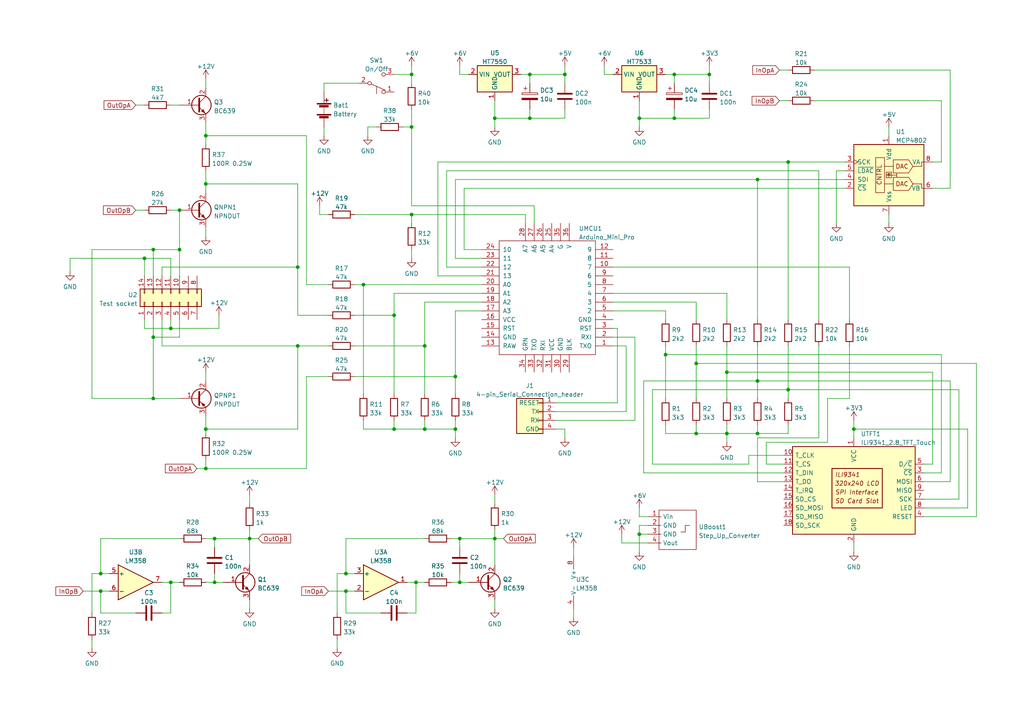
<source format=kicad_sch>
(kicad_sch (version 20211123) (generator eeschema)
  (paper "A4")
  (junction (at 105.41 82.55))
  (junction (at 86.36 77.47))
  (junction (at 201.93 125.73))
  (junction (at 100.33 171.45))
  (junction (at 133.35 168.91))
  (junction (at 86.36 100.33))
  (junction (at 132.08 124.46))
  (junction (at 143.51 156.21))
  (junction (at 193.04 102.87))
  (junction (at 44.45 97.79))
  (junction (at 163.83 21.59))
  (junction (at 52.07 72.39))
  (junction (at 228.6 113.03))
  (junction (at 62.23 156.21))
  (junction (at 52.07 60.96))
  (junction (at 119.38 62.23))
  (junction (at 100.33 166.37))
  (junction (at 153.67 21.59))
  (junction (at 41.91 74.93))
  (junction (at 185.42 34.29))
  (junction (at 123.19 124.46))
  (junction (at 59.69 39.37))
  (junction (at 195.58 21.59))
  (junction (at 133.35 156.21))
  (junction (at 114.3 91.44))
  (junction (at 201.93 105.41))
  (junction (at 119.38 21.59))
  (junction (at 29.21 171.45))
  (junction (at 44.45 72.39))
  (junction (at 153.67 34.29))
  (junction (at 49.53 168.91))
  (junction (at 59.69 53.34))
  (junction (at 210.82 107.95))
  (junction (at 59.69 124.46))
  (junction (at 143.51 34.29))
  (junction (at 228.6 46.99))
  (junction (at 185.42 154.94))
  (junction (at 119.38 36.83))
  (junction (at 120.65 168.91))
  (junction (at 195.58 34.29))
  (junction (at 62.23 168.91))
  (junction (at 219.71 52.07))
  (junction (at 114.3 124.46))
  (junction (at 219.71 110.49))
  (junction (at 132.08 109.22))
  (junction (at 205.74 21.59))
  (junction (at 72.39 156.21))
  (junction (at 210.82 125.73))
  (junction (at 247.65 124.46))
  (junction (at 49.53 95.25))
  (junction (at 29.21 166.37))
  (junction (at 59.69 135.89))
  (junction (at 123.19 100.33))
  (junction (at 219.71 125.73))
  (junction (at 44.45 115.57))
  (wire (pts (xy 52.07 60.96) (xy 52.07 72.39)))
  (wire (pts (xy 193.04 102.87) (xy 273.05 102.87)))
  (wire (pts (xy 119.38 21.59) (xy 119.38 24.13)))
  (wire (pts (xy 92.71 62.23) (xy 92.71 59.69)))
  (wire (pts (xy 152.4 62.23) (xy 119.38 62.23)))
  (wire (pts (xy 88.9 39.37) (xy 88.9 82.55)))
  (wire (pts (xy 29.21 156.21) (xy 29.21 166.37)))
  (wire (pts (xy 119.38 62.23) (xy 119.38 64.77)))
  (wire (pts (xy 153.67 31.75) (xy 153.67 34.29)))
  (wire (pts (xy 205.74 31.75) (xy 205.74 34.29)))
  (wire (pts (xy 237.49 49.53) (xy 237.49 92.71)))
  (wire (pts (xy 166.37 176.53) (xy 166.37 179.07)))
  (wire (pts (xy 86.36 91.44) (xy 95.25 91.44)))
  (wire (pts (xy 177.8 85.09) (xy 210.82 85.09)))
  (wire (pts (xy 210.82 123.19) (xy 210.82 125.73)))
  (wire (pts (xy 100.33 166.37) (xy 97.79 166.37)))
  (wire (pts (xy 62.23 156.21) (xy 72.39 156.21)))
  (wire (pts (xy 177.8 90.17) (xy 193.04 90.17)))
  (wire (pts (xy 275.59 110.49) (xy 219.71 110.49)))
  (wire (pts (xy 195.58 21.59) (xy 205.74 21.59)))
  (wire (pts (xy 275.59 20.32) (xy 236.22 20.32)))
  (wire (pts (xy 86.36 77.47) (xy 86.36 53.34)))
  (wire (pts (xy 116.84 36.83) (xy 119.38 36.83)))
  (wire (pts (xy 143.51 156.21) (xy 143.51 163.83)))
  (wire (pts (xy 114.3 85.09) (xy 139.7 85.09)))
  (wire (pts (xy 226.06 29.21) (xy 228.6 29.21)))
  (wire (pts (xy 267.97 144.78) (xy 278.13 144.78)))
  (wire (pts (xy 275.59 139.7) (xy 275.59 110.49)))
  (wire (pts (xy 26.67 115.57) (xy 44.45 115.57)))
  (wire (pts (xy 102.87 91.44) (xy 114.3 91.44)))
  (wire (pts (xy 247.65 124.46) (xy 280.67 124.46)))
  (wire (pts (xy 205.74 19.05) (xy 205.74 21.59)))
  (wire (pts (xy 44.45 72.39) (xy 44.45 80.01)))
  (wire (pts (xy 59.69 39.37) (xy 88.9 39.37)))
  (wire (pts (xy 161.29 119.38) (xy 181.61 119.38)))
  (wire (pts (xy 133.35 158.75) (xy 133.35 156.21)))
  (wire (pts (xy 242.57 49.53) (xy 245.11 49.53)))
  (wire (pts (xy 59.69 49.53) (xy 59.69 53.34)))
  (wire (pts (xy 127 46.99) (xy 228.6 46.99)))
  (wire (pts (xy 270.51 54.61) (xy 275.59 54.61)))
  (wire (pts (xy 100.33 156.21) (xy 100.33 166.37)))
  (wire (pts (xy 20.32 74.93) (xy 20.32 78.74)))
  (wire (pts (xy 185.42 34.29) (xy 185.42 36.83)))
  (wire (pts (xy 246.38 77.47) (xy 246.38 92.71)))
  (wire (pts (xy 129.54 49.53) (xy 237.49 49.53)))
  (wire (pts (xy 57.15 135.89) (xy 59.69 135.89)))
  (wire (pts (xy 41.91 95.25) (xy 49.53 95.25)))
  (wire (pts (xy 226.06 20.32) (xy 228.6 20.32)))
  (wire (pts (xy 134.62 54.61) (xy 245.11 54.61)))
  (wire (pts (xy 240.03 128.27) (xy 240.03 115.57)))
  (wire (pts (xy 201.93 125.73) (xy 193.04 125.73)))
  (wire (pts (xy 72.39 153.67) (xy 72.39 156.21)))
  (wire (pts (xy 267.97 147.32) (xy 280.67 147.32)))
  (wire (pts (xy 185.42 152.4) (xy 185.42 154.94)))
  (wire (pts (xy 100.33 171.45) (xy 102.87 171.45)))
  (wire (pts (xy 119.38 62.23) (xy 102.87 62.23)))
  (wire (pts (xy 123.19 100.33) (xy 123.19 114.3)))
  (wire (pts (xy 72.39 156.21) (xy 72.39 163.83)))
  (wire (pts (xy 44.45 97.79) (xy 52.07 97.79)))
  (wire (pts (xy 135.89 21.59) (xy 133.35 21.59)))
  (wire (pts (xy 219.71 52.07) (xy 245.11 52.07)))
  (wire (pts (xy 49.53 60.96) (xy 52.07 60.96)))
  (wire (pts (xy 133.35 168.91) (xy 135.89 168.91)))
  (wire (pts (xy 236.22 29.21) (xy 273.05 29.21)))
  (wire (pts (xy 62.23 156.21) (xy 59.69 156.21)))
  (wire (pts (xy 39.37 177.8) (xy 29.21 177.8)))
  (wire (pts (xy 119.38 59.69) (xy 154.94 59.69)))
  (wire (pts (xy 195.58 31.75) (xy 195.58 34.29)))
  (wire (pts (xy 152.4 64.77) (xy 152.4 62.23)))
  (wire (pts (xy 29.21 177.8) (xy 29.21 171.45)))
  (wire (pts (xy 105.41 82.55) (xy 139.7 82.55)))
  (wire (pts (xy 219.71 52.07) (xy 219.71 92.71)))
  (wire (pts (xy 280.67 147.32) (xy 280.67 124.46)))
  (wire (pts (xy 49.53 30.48) (xy 52.07 30.48)))
  (wire (pts (xy 46.99 100.33) (xy 86.36 100.33)))
  (wire (pts (xy 49.53 92.71) (xy 49.53 95.25)))
  (wire (pts (xy 62.23 168.91) (xy 64.77 168.91)))
  (wire (pts (xy 161.29 116.84) (xy 179.07 116.84)))
  (wire (pts (xy 247.65 157.48) (xy 247.65 160.02)))
  (wire (pts (xy 41.91 92.71) (xy 41.91 95.25)))
  (wire (pts (xy 63.5 95.25) (xy 49.53 95.25)))
  (wire (pts (xy 205.74 34.29) (xy 195.58 34.29)))
  (wire (pts (xy 227.33 132.08) (xy 217.17 132.08)))
  (wire (pts (xy 270.51 134.62) (xy 270.51 107.95)))
  (wire (pts (xy 119.38 21.59) (xy 119.38 19.05)))
  (wire (pts (xy 105.41 124.46) (xy 114.3 124.46)))
  (wire (pts (xy 39.37 60.96) (xy 41.91 60.96)))
  (wire (pts (xy 86.36 100.33) (xy 95.25 100.33)))
  (wire (pts (xy 132.08 109.22) (xy 102.87 109.22)))
  (wire (pts (xy 177.8 87.63) (xy 201.93 87.63)))
  (wire (pts (xy 153.67 21.59) (xy 153.67 24.13)))
  (wire (pts (xy 123.19 121.92) (xy 123.19 124.46)))
  (wire (pts (xy 133.35 168.91) (xy 133.35 166.37)))
  (wire (pts (xy 139.7 72.39) (xy 134.62 72.39)))
  (wire (pts (xy 210.82 107.95) (xy 270.51 107.95)))
  (wire (pts (xy 163.83 19.05) (xy 163.83 21.59)))
  (wire (pts (xy 130.81 168.91) (xy 133.35 168.91)))
  (wire (pts (xy 228.6 113.03) (xy 228.6 115.57)))
  (wire (pts (xy 139.7 74.93) (xy 132.08 74.93)))
  (wire (pts (xy 118.11 177.8) (xy 120.65 177.8)))
  (wire (pts (xy 139.7 80.01) (xy 127 80.01)))
  (wire (pts (xy 139.7 90.17) (xy 132.08 90.17)))
  (wire (pts (xy 177.8 77.47) (xy 246.38 77.47)))
  (wire (pts (xy 189.23 113.03) (xy 228.6 113.03)))
  (wire (pts (xy 210.82 125.73) (xy 210.82 128.27)))
  (wire (pts (xy 177.8 21.59) (xy 175.26 21.59)))
  (wire (pts (xy 187.96 149.86) (xy 185.42 149.86)))
  (wire (pts (xy 267.97 149.86) (xy 283.21 149.86)))
  (wire (pts (xy 20.32 74.93) (xy 41.91 74.93)))
  (wire (pts (xy 185.42 29.21) (xy 185.42 34.29)))
  (wire (pts (xy 86.36 100.33) (xy 86.36 124.46)))
  (wire (pts (xy 26.67 185.42) (xy 26.67 187.96)))
  (wire (pts (xy 180.34 157.48) (xy 180.34 154.94)))
  (wire (pts (xy 24.13 171.45) (xy 29.21 171.45)))
  (wire (pts (xy 273.05 46.99) (xy 270.51 46.99)))
  (wire (pts (xy 123.19 156.21) (xy 100.33 156.21)))
  (wire (pts (xy 228.6 46.99) (xy 228.6 92.71)))
  (wire (pts (xy 62.23 158.75) (xy 62.23 156.21)))
  (wire (pts (xy 205.74 21.59) (xy 205.74 24.13)))
  (wire (pts (xy 227.33 137.16) (xy 186.69 137.16)))
  (wire (pts (xy 185.42 154.94) (xy 187.96 154.94)))
  (wire (pts (xy 118.11 168.91) (xy 120.65 168.91)))
  (wire (pts (xy 273.05 29.21) (xy 273.05 46.99)))
  (wire (pts (xy 187.96 152.4) (xy 185.42 152.4)))
  (wire (pts (xy 132.08 124.46) (xy 132.08 121.92)))
  (wire (pts (xy 95.25 62.23) (xy 92.71 62.23)))
  (wire (pts (xy 49.53 74.93) (xy 49.53 80.01)))
  (wire (pts (xy 123.19 124.46) (xy 132.08 124.46)))
  (wire (pts (xy 228.6 46.99) (xy 245.11 46.99)))
  (wire (pts (xy 44.45 92.71) (xy 44.45 97.79)))
  (wire (pts (xy 97.79 185.42) (xy 97.79 187.96)))
  (wire (pts (xy 97.79 166.37) (xy 97.79 177.8)))
  (wire (pts (xy 123.19 87.63) (xy 139.7 87.63)))
  (wire (pts (xy 114.3 124.46) (xy 123.19 124.46)))
  (wire (pts (xy 163.83 21.59) (xy 163.83 24.13)))
  (wire (pts (xy 219.71 100.33) (xy 219.71 110.49)))
  (wire (pts (xy 247.65 124.46) (xy 247.65 127)))
  (wire (pts (xy 120.65 168.91) (xy 120.65 177.8)))
  (wire (pts (xy 88.9 82.55) (xy 95.25 82.55)))
  (wire (pts (xy 179.07 116.84) (xy 179.07 95.25)))
  (wire (pts (xy 95.25 171.45) (xy 100.33 171.45)))
  (wire (pts (xy 283.21 149.86) (xy 283.21 105.41)))
  (wire (pts (xy 153.67 21.59) (xy 163.83 21.59)))
  (wire (pts (xy 88.9 109.22) (xy 95.25 109.22)))
  (wire (pts (xy 181.61 100.33) (xy 177.8 100.33)))
  (wire (pts (xy 193.04 102.87) (xy 193.04 115.57)))
  (wire (pts (xy 154.94 59.69) (xy 154.94 64.77)))
  (wire (pts (xy 26.67 72.39) (xy 26.67 115.57)))
  (wire (pts (xy 217.17 132.08) (xy 217.17 134.62)))
  (wire (pts (xy 44.45 97.79) (xy 44.45 115.57)))
  (wire (pts (xy 114.3 21.59) (xy 119.38 21.59)))
  (wire (pts (xy 219.71 110.49) (xy 219.71 115.57)))
  (wire (pts (xy 219.71 125.73) (xy 210.82 125.73)))
  (wire (pts (xy 110.49 177.8) (xy 100.33 177.8)))
  (wire (pts (xy 59.69 66.04) (xy 59.69 68.58)))
  (wire (pts (xy 106.68 36.83) (xy 106.68 39.37)))
  (wire (pts (xy 63.5 91.44) (xy 63.5 95.25)))
  (wire (pts (xy 193.04 21.59) (xy 195.58 21.59)))
  (wire (pts (xy 222.25 128.27) (xy 240.03 128.27)))
  (wire (pts (xy 184.15 97.79) (xy 177.8 97.79)))
  (wire (pts (xy 242.57 64.77) (xy 242.57 49.53)))
  (wire (pts (xy 59.69 135.89) (xy 88.9 135.89)))
  (wire (pts (xy 59.69 35.56) (xy 59.69 39.37)))
  (wire (pts (xy 210.82 100.33) (xy 210.82 107.95)))
  (wire (pts (xy 161.29 124.46) (xy 163.83 124.46)))
  (wire (pts (xy 143.51 29.21) (xy 143.51 34.29)))
  (wire (pts (xy 210.82 125.73) (xy 201.93 125.73)))
  (wire (pts (xy 257.81 36.83) (xy 257.81 39.37)))
  (wire (pts (xy 179.07 95.25) (xy 177.8 95.25)))
  (wire (pts (xy 267.97 139.7) (xy 275.59 139.7)))
  (wire (pts (xy 39.37 30.48) (xy 41.91 30.48)))
  (wire (pts (xy 151.13 21.59) (xy 153.67 21.59)))
  (wire (pts (xy 189.23 134.62) (xy 189.23 113.03)))
  (wire (pts (xy 52.07 72.39) (xy 52.07 80.01)))
  (wire (pts (xy 132.08 124.46) (xy 132.08 127)))
  (wire (pts (xy 161.29 121.92) (xy 184.15 121.92)))
  (wire (pts (xy 59.69 22.86) (xy 59.69 25.4)))
  (wire (pts (xy 119.38 36.83) (xy 119.38 59.69)))
  (wire (pts (xy 181.61 119.38) (xy 181.61 100.33)))
  (wire (pts (xy 46.99 177.8) (xy 49.53 177.8)))
  (wire (pts (xy 175.26 21.59) (xy 175.26 19.05)))
  (wire (pts (xy 275.59 54.61) (xy 275.59 20.32)))
  (wire (pts (xy 41.91 74.93) (xy 49.53 74.93)))
  (wire (pts (xy 72.39 173.99) (xy 72.39 176.53)))
  (wire (pts (xy 133.35 156.21) (xy 143.51 156.21)))
  (wire (pts (xy 29.21 166.37) (xy 31.75 166.37)))
  (wire (pts (xy 132.08 74.93) (xy 132.08 52.07)))
  (wire (pts (xy 278.13 144.78) (xy 278.13 113.03)))
  (wire (pts (xy 105.41 82.55) (xy 105.41 114.3)))
  (wire (pts (xy 185.42 160.02) (xy 185.42 154.94)))
  (wire (pts (xy 267.97 134.62) (xy 270.51 134.62)))
  (wire (pts (xy 143.51 143.51) (xy 143.51 146.05)))
  (wire (pts (xy 247.65 121.92) (xy 247.65 124.46)))
  (wire (pts (xy 59.69 124.46) (xy 59.69 125.73)))
  (wire (pts (xy 228.6 125.73) (xy 219.71 125.73)))
  (wire (pts (xy 143.51 156.21) (xy 146.05 156.21)))
  (wire (pts (xy 59.69 168.91) (xy 62.23 168.91)))
  (wire (pts (xy 62.23 168.91) (xy 62.23 166.37)))
  (wire (pts (xy 278.13 113.03) (xy 228.6 113.03)))
  (wire (pts (xy 59.69 53.34) (xy 59.69 55.88)))
  (wire (pts (xy 267.97 137.16) (xy 273.05 137.16)))
  (wire (pts (xy 114.3 121.92) (xy 114.3 124.46)))
  (wire (pts (xy 228.6 123.19) (xy 228.6 125.73)))
  (wire (pts (xy 46.99 168.91) (xy 49.53 168.91)))
  (wire (pts (xy 132.08 52.07) (xy 219.71 52.07)))
  (wire (pts (xy 186.69 137.16) (xy 186.69 110.49)))
  (wire (pts (xy 59.69 39.37) (xy 59.69 41.91)))
  (wire (pts (xy 219.71 123.19) (xy 219.71 125.73)))
  (wire (pts (xy 134.62 72.39) (xy 134.62 54.61)))
  (wire (pts (xy 44.45 72.39) (xy 52.07 72.39)))
  (wire (pts (xy 127 46.99) (xy 127 80.01)))
  (wire (pts (xy 102.87 82.55) (xy 105.41 82.55)))
  (wire (pts (xy 201.93 100.33) (xy 201.93 105.41)))
  (wire (pts (xy 93.98 36.83) (xy 93.98 39.37)))
  (wire (pts (xy 129.54 77.47) (xy 129.54 49.53)))
  (wire (pts (xy 119.38 72.39) (xy 119.38 74.93)))
  (wire (pts (xy 49.53 168.91) (xy 49.53 177.8)))
  (wire (pts (xy 166.37 158.75) (xy 166.37 161.29)))
  (wire (pts (xy 120.65 168.91) (xy 123.19 168.91)))
  (wire (pts (xy 201.93 123.19) (xy 201.93 125.73)))
  (wire (pts (xy 123.19 100.33) (xy 123.19 87.63)))
  (wire (pts (xy 201.93 87.63) (xy 201.93 92.71)))
  (wire (pts (xy 29.21 171.45) (xy 31.75 171.45)))
  (wire (pts (xy 210.82 107.95) (xy 210.82 115.57)))
  (wire (pts (xy 29.21 166.37) (xy 26.67 166.37)))
  (wire (pts (xy 143.51 173.99) (xy 143.51 176.53)))
  (wire (pts (xy 41.91 74.93) (xy 41.91 80.01)))
  (wire (pts (xy 59.69 135.89) (xy 59.69 133.35)))
  (wire (pts (xy 187.96 157.48) (xy 180.34 157.48)))
  (wire (pts (xy 114.3 91.44) (xy 114.3 114.3)))
  (wire (pts (xy 143.51 153.67) (xy 143.51 156.21)))
  (wire (pts (xy 257.81 62.23) (xy 257.81 64.77)))
  (wire (pts (xy 119.38 36.83) (xy 119.38 31.75)))
  (wire (pts (xy 88.9 109.22) (xy 88.9 135.89)))
  (wire (pts (xy 163.83 124.46) (xy 163.83 127)))
  (wire (pts (xy 240.03 115.57) (xy 246.38 115.57)))
  (wire (pts (xy 133.35 21.59) (xy 133.35 19.05)))
  (wire (pts (xy 93.98 24.13) (xy 104.14 24.13)))
  (wire (pts (xy 273.05 102.87) (xy 273.05 137.16)))
  (wire (pts (xy 184.15 121.92) (xy 184.15 97.79)))
  (wire (pts (xy 219.71 127) (xy 237.49 127)))
  (wire (pts (xy 72.39 143.51) (xy 72.39 146.05)))
  (wire (pts (xy 93.98 26.67) (xy 93.98 24.13)))
  (wire (pts (xy 114.3 85.09) (xy 114.3 91.44)))
  (wire (pts (xy 222.25 134.62) (xy 222.25 128.27)))
  (wire (pts (xy 185.42 34.29) (xy 195.58 34.29)))
  (wire (pts (xy 219.71 139.7) (xy 219.71 127)))
  (wire (pts (xy 193.04 100.33) (xy 193.04 102.87)))
  (wire (pts (xy 52.07 97.79) (xy 52.07 92.71)))
  (wire (pts (xy 109.22 36.83) (xy 106.68 36.83)))
  (wire (pts (xy 59.69 107.95) (xy 59.69 110.49)))
  (wire (pts (xy 100.33 166.37) (xy 102.87 166.37)))
  (wire (pts (xy 59.69 120.65) (xy 59.69 124.46)))
  (wire (pts (xy 46.99 92.71) (xy 46.99 100.33)))
  (wire (pts (xy 193.04 125.73) (xy 193.04 123.19)))
  (wire (pts (xy 193.04 90.17) (xy 193.04 92.71)))
  (wire (pts (xy 100.33 177.8) (xy 100.33 171.45)))
  (wire (pts (xy 59.69 124.46) (xy 86.36 124.46)))
  (wire (pts (xy 237.49 127) (xy 237.49 100.33)))
  (wire (pts (xy 186.69 110.49) (xy 219.71 110.49)))
  (wire (pts (xy 26.67 166.37) (xy 26.67 177.8)))
  (wire (pts (xy 72.39 156.21) (xy 74.93 156.21)))
  (wire (pts (xy 163.83 31.75) (xy 163.83 34.29)))
  (wire (pts (xy 49.53 168.91) (xy 52.07 168.91)))
  (wire (pts (xy 132.08 109.22) (xy 132.08 114.3)))
  (wire (pts (xy 59.69 53.34) (xy 86.36 53.34)))
  (wire (pts (xy 227.33 134.62) (xy 222.25 134.62)))
  (wire (pts (xy 195.58 21.59) (xy 195.58 24.13)))
  (wire (pts (xy 132.08 90.17) (xy 132.08 109.22)))
  (wire (pts (xy 133.35 156.21) (xy 130.81 156.21)))
  (wire (pts (xy 44.45 72.39) (xy 26.67 72.39)))
  (wire (pts (xy 102.87 100.33) (xy 123.19 100.33)))
  (wire (pts (xy 44.45 115.57) (xy 52.07 115.57)))
  (wire (pts (xy 246.38 115.57) (xy 246.38 100.33)))
  (wire (pts (xy 46.99 77.47) (xy 86.36 77.47)))
  (wire (pts (xy 227.33 139.7) (xy 219.71 139.7)))
  (wire (pts (xy 139.7 77.47) (xy 129.54 77.47)))
  (wire (pts (xy 201.93 105.41) (xy 201.93 115.57)))
  (wire (pts (xy 52.07 156.21) (xy 29.21 156.21)))
  (wire (pts (xy 228.6 100.33) (xy 228.6 113.03)))
  (wire (pts (xy 210.82 85.09) (xy 210.82 92.71)))
  (wire (pts (xy 283.21 105.41) (xy 201.93 105.41)))
  (wire (pts (xy 185.42 149.86) (xy 185.42 147.32)))
  (wire (pts (xy 46.99 80.01) (xy 46.99 77.47)))
  (wire (pts (xy 143.51 34.29) (xy 153.67 34.29)))
  (wire (pts (xy 163.83 34.29) (xy 153.67 34.29)))
  (wire (pts (xy 105.41 121.92) (xy 105.41 124.46)))
  (wire (pts (xy 217.17 134.62) (xy 189.23 134.62)))
  (wire (pts (xy 86.36 91.44) (xy 86.36 77.47)))
  (wire (pts (xy 143.51 34.29) (xy 143.51 36.83)))
  (global_label "InOpB" (shape input) (at 226.06 29.21 180) (property "Intersheet References" "${INTERSHEET_REFS}" (effects hide)))
  (global_label "OutOpB" (shape input) (at 39.37 60.96 180) (property "Intersheet References" "${INTERSHEET_REFS}" (effects hide)))
  (global_label "OutOpA" (shape input) (at 57.15 135.89 180) (property "Intersheet References" "${INTERSHEET_REFS}" (effects hide)))
  (global_label "OutOpB" (shape input) (at 74.93 156.21 0) (property "Intersheet References" "${INTERSHEET_REFS}" (effects hide)))
  (global_label "InOpB" (shape input) (at 24.13 171.45 180) (property "Intersheet References" "${INTERSHEET_REFS}" (effects hide)))
  (global_label "InOpA" (shape input) (at 226.06 20.32 180) (property "Intersheet References" "${INTERSHEET_REFS}" (effects hide)))
  (global_label "OutOpA" (shape input) (at 146.05 156.21 0) (property "Intersheet References" "${INTERSHEET_REFS}" (effects hide)))
  (global_label "InOpA" (shape input) (at 95.25 171.45 180) (property "Intersheet References" "${INTERSHEET_REFS}" (effects hide)))
  (global_label "OutOpA" (shape input) (at 39.37 30.48 180) (property "Intersheet References" "${INTERSHEET_REFS}" (effects hide)))
  (symbol (lib_id "Regulator_Linear:HT75xx-1-SOT89") (at 143.51 24.13 0) (unit 1)
    (property "Reference" "U5" (at 143.51 15.3502 0))
    (property "Value" "HT7550" (at 143.51 17.8871 0))
    (property "Footprint" "Package_TO_SOT_SMD:SOT-89-3" (effects hide))
    (property "Datasheet" "https://www.holtek.com/documents/10179/116711/HT75xx-1v250.pdf" (effects hide))
  )
  (symbol (lib_id "Device:R") (at 72.39 149.86 0) (unit 1)
    (property "Reference" "R33" (at 74.168 149.0253 0) (effects (justify left)))
    (property "Value" "1k" (at 74.168 151.5622 0) (effects (justify left)))
    (property "Footprint" "My_Misc:R_Axial_DIN0207_L6.3mm_D2.5mm_P10.16mm_Horizontal_larger_pads" (effects hide))
  )
  (symbol (lib_id "Device:R") (at 59.69 129.54 0) (unit 1)
    (property "Reference" "R32" (at 61.468 128.7053 0) (effects (justify left)))
    (property "Value" "100R 0.25W" (at 61.468 131.2422 0) (effects (justify left)))
    (property "Footprint" "My_Misc:R_Axial_DIN0207_L6.3mm_D2.5mm_P10.16mm_Horizontal_larger_pads" (effects hide))
  )
  (symbol (lib_id "Switch:SW_Push_SPDT") (at 109.22 24.13 0) (mirror x) (unit 1)
    (property "Reference" "SW1" (at 109.22 17.5092 0))
    (property "Value" "On/Off" (at 109.22 20.0461 0))
    (property "Footprint" "My_Parts:2-pole switch large" (effects hide))
  )
  (symbol (lib_id "Device:R") (at 114.3 118.11 0) (unit 1)
    (property "Reference" "R7" (at 116.078 117.2753 0) (effects (justify left)))
    (property "Value" "33k" (at 116.078 119.8122 0) (effects (justify left)))
    (property "Footprint" "My_Misc:R_Axial_DIN0207_L6.3mm_D2.5mm_P10.16mm_Horizontal_larger_pads" (effects hide))
  )
  (symbol (lib_id "power:GND") (at 20.32 78.74 0) (unit 1)
    (property "Reference" "#PWR0109" (effects hide))
    (property "Value" "GND" (at 20.32 83.1834 0))
  )
  (symbol (lib_id "My_Arduino:Arduino_Mini_Pro") (at 177.8 100.33 180) (unit 1)
    (property "Reference" "UMCU1" (at 167.8687 66.2772 0) (effects (justify right)))
    (property "Value" "Arduino_Mini_Pro" (at 167.8687 68.8141 0) (effects (justify right)))
    (property "Footprint" "My_Arduino:Arduino_Pro_Mini_vA_sides_n_A4-A7_large" (effects hide))
  )
  (symbol (lib_id "Device:R") (at 210.82 119.38 0) (unit 1)
    (property "Reference" "R3" (at 212.598 118.5453 0) (effects (justify left)))
    (property "Value" "3k3" (at 212.598 121.0822 0) (effects (justify left)))
    (property "Footprint" "My_Misc:R_Axial_DIN0207_L6.3mm_D2.5mm_P10.16mm_Horizontal_larger_pads" (effects hide))
  )
  (symbol (lib_id "power:GND") (at 26.67 187.96 0) (unit 1)
    (property "Reference" "#PWR0104" (effects hide))
    (property "Value" "GND" (at 26.67 192.4034 0))
  )
  (symbol (lib_id "Device:R") (at 237.49 96.52 0) (unit 1)
    (property "Reference" "R22" (at 239.268 95.6853 0) (effects (justify left)))
    (property "Value" "10k" (at 239.268 98.2222 0) (effects (justify left)))
    (property "Footprint" "My_Misc:R_Axial_DIN0207_L6.3mm_D2.5mm_P10.16mm_Horizontal_larger_pads" (effects hide))
  )
  (symbol (lib_id "Device:R") (at 113.03 36.83 90) (unit 1)
    (property "Reference" "R38" (at 113.03 32.1142 90))
    (property "Value" "33k" (at 113.03 34.6511 90))
    (property "Footprint" "My_Misc:R_Axial_DIN0207_L6.3mm_D2.5mm_P10.16mm_Horizontal_larger_pads" (effects hide))
  )
  (symbol (lib_id "Device:Q_NPN_BCE") (at 57.15 30.48 0) (unit 1)
    (property "Reference" "Q3" (at 62.0014 29.6453 0) (effects (justify left)))
    (property "Value" "BC639" (at 62.0014 32.1822 0) (effects (justify left)))
    (property "Footprint" "My_Misc:TO-92_Inline_Wide_large" (effects hide))
  )
  (symbol (lib_id "Device:Q_PNP_BCE") (at 57.15 115.57 0) (unit 1)
    (property "Reference" "QPNP1" (at 62.0014 114.7353 0) (effects (justify left)))
    (property "Value" "PNPDUT" (at 62.0014 117.2722 0) (effects (justify left)))
  )
  (symbol (lib_id "Device:C_Polarized") (at 153.67 27.94 0) (unit 1)
    (property "Reference" "DC3" (at 156.591 26.2163 0) (effects (justify left)))
    (property "Value" "10u" (at 156.591 28.7532 0) (effects (justify left)))
    (property "Footprint" "My_Misc:CP_Radial_D5.0mm_P2.00mm_larger" (effects hide))
  )
  (symbol (lib_id "power:+6V") (at 133.35 19.05 0) (unit 1)
    (property "Reference" "#PWR0117" (effects hide))
    (property "Value" "+6V" (at 133.35 15.4742 0))
  )
  (symbol (lib_id "Device:R") (at 26.67 181.61 0) (unit 1)
    (property "Reference" "R27" (at 28.448 180.7753 0) (effects (justify left)))
    (property "Value" "33k" (at 28.448 183.3122 0) (effects (justify left)))
    (property "Footprint" "My_Misc:R_Axial_DIN0207_L6.3mm_D2.5mm_P10.16mm_Horizontal_larger_pads" (effects hide))
  )
  (symbol (lib_id "power:GND") (at 59.69 68.58 0) (unit 1)
    (property "Reference" "#PWR0106" (effects hide))
    (property "Value" "GND" (at 59.69 73.0234 0))
  )
  (symbol (lib_id "Device:R") (at 132.08 118.11 0) (unit 1)
    (property "Reference" "R8" (at 133.858 117.2753 0) (effects (justify left)))
    (property "Value" "33k" (at 133.858 119.8122 0) (effects (justify left)))
    (property "Footprint" "My_Misc:R_Axial_DIN0207_L6.3mm_D2.5mm_P10.16mm_Horizontal_larger_pads" (effects hide))
  )
  (symbol (lib_id "Device:R") (at 201.93 96.52 0) (unit 1)
    (property "Reference" "R10" (at 203.708 95.6853 0) (effects (justify left)))
    (property "Value" "2k2" (at 203.708 98.2222 0) (effects (justify left)))
    (property "Footprint" "My_Misc:R_Axial_DIN0207_L6.3mm_D2.5mm_P10.16mm_Horizontal_larger_pads" (effects hide))
  )
  (symbol (lib_id "Device:R") (at 55.88 168.91 90) (unit 1)
    (property "Reference" "R34" (at 55.88 164.1942 90))
    (property "Value" "10k" (at 55.88 166.7311 90))
    (property "Footprint" "My_Misc:R_Axial_DIN0207_L6.3mm_D2.5mm_P10.16mm_Horizontal_larger_pads" (effects hide))
  )
  (symbol (lib_id "Amplifier_Operational:LM358") (at 168.91 168.91 0) (unit 3)
    (property "Reference" "U3" (at 167.005 168.0753 0) (effects (justify left)))
    (property "Value" "LM358" (at 167.005 170.6122 0) (effects (justify left)))
    (property "Footprint" "My_Misc:DIP-8_W7.62mm_Socket_w_dip_packet_LongPads" (effects hide))
    (property "Datasheet" "http://www.ti.com/lit/ds/symlink/lm2904-n.pdf" (effects hide))
  )
  (symbol (lib_id "Device:R") (at 119.38 68.58 0) (unit 1)
    (property "Reference" "R12" (at 121.158 67.7453 0) (effects (justify left)))
    (property "Value" "33k" (at 121.158 70.2822 0) (effects (justify left)))
    (property "Footprint" "My_Misc:R_Axial_DIN0207_L6.3mm_D2.5mm_P10.16mm_Horizontal_larger_pads" (effects hide))
  )
  (symbol (lib_id "Connector_Generic:Conn_02x07_Counter_Clockwise") (at 49.53 87.63 90) (unit 1)
    (property "Reference" "U2" (at 39.8781 85.5253 90) (effects (justify left)))
    (property "Value" "Test socket" (at 39.8781 88.0622 90) (effects (justify left)))
    (property "Footprint" "My_Misc:ZIF_DIP_Socket-14_W4.3_W5.08_W7.62_W10.16_W10.9_3M_214-3339-00-0602J" (effects hide))
  )
  (symbol (lib_id "Device:R") (at 232.41 29.21 90) (unit 1)
    (property "Reference" "R24" (at 232.41 24.4942 90))
    (property "Value" "10k" (at 232.41 27.0311 90))
    (property "Footprint" "My_Misc:R_Axial_DIN0207_L6.3mm_D2.5mm_P10.16mm_Horizontal_larger_pads" (effects hide))
  )
  (symbol (lib_id "power:+12V") (at 180.34 154.94 0) (unit 1)
    (property "Reference" "#PWR0134" (effects hide))
    (property "Value" "+12V" (at 180.34 151.3642 0))
  )
  (symbol (lib_id "Device:Q_NPN_BCE") (at 69.85 168.91 0) (unit 1)
    (property "Reference" "Q1" (at 74.7014 168.0753 0) (effects (justify left)))
    (property "Value" "BC639" (at 74.7014 170.6122 0) (effects (justify left)))
    (property "Footprint" "My_Misc:TO-92_Inline_Wide_large" (effects hide))
  )
  (symbol (lib_id "Device:R") (at 228.6 96.52 0) (unit 1)
    (property "Reference" "R15" (at 230.378 95.6853 0) (effects (justify left)))
    (property "Value" "2k2" (at 230.378 98.2222 0) (effects (justify left)))
    (property "Footprint" "My_Misc:R_Axial_DIN0207_L6.3mm_D2.5mm_P10.16mm_Horizontal_larger_pads" (effects hide))
  )
  (symbol (lib_id "Device:R") (at 127 168.91 90) (unit 1)
    (property "Reference" "R35" (at 127 164.1942 90))
    (property "Value" "10k" (at 127 166.7311 90))
    (property "Footprint" "My_Misc:R_Axial_DIN0207_L6.3mm_D2.5mm_P10.16mm_Horizontal_larger_pads" (effects hide))
  )
  (symbol (lib_id "power:GND") (at 210.82 128.27 0) (unit 1)
    (property "Reference" "#PWR0131" (effects hide))
    (property "Value" "GND" (at 210.82 132.7134 0))
  )
  (symbol (lib_id "power:GND") (at 166.37 179.07 0) (unit 1)
    (property "Reference" "#PWR0119" (effects hide))
    (property "Value" "GND" (at 166.37 183.5134 0))
  )
  (symbol (lib_id "power:+12V") (at 92.71 59.69 0) (unit 1)
    (property "Reference" "#PWR0111" (effects hide))
    (property "Value" "+12V" (at 92.71 56.1142 0))
  )
  (symbol (lib_id "power:GND") (at 132.08 127 0) (unit 1)
    (property "Reference" "#PWR0101" (effects hide))
    (property "Value" "GND" (at 132.08 131.4434 0))
  )
  (symbol (lib_id "Device:R") (at 97.79 181.61 0) (unit 1)
    (property "Reference" "R29" (at 99.568 180.7753 0) (effects (justify left)))
    (property "Value" "33k" (at 99.568 183.3122 0) (effects (justify left)))
    (property "Footprint" "My_Misc:R_Axial_DIN0207_L6.3mm_D2.5mm_P10.16mm_Horizontal_larger_pads" (effects hide))
  )
  (symbol (lib_id "power:GND") (at 93.98 39.37 0) (unit 1)
    (property "Reference" "#PWR0112" (effects hide))
    (property "Value" "GND" (at 93.98 43.8134 0))
  )
  (symbol (lib_id "Analog_DAC:MCP4802") (at 257.81 49.53 0) (unit 1)
    (property "Reference" "U1" (at 259.8294 38.2102 0) (effects (justify left)))
    (property "Value" "MCP4802" (at 259.8294 40.7471 0) (effects (justify left)))
    (property "Footprint" "My_Misc:DIP-8_W7.62mm_Socket_w_dip_packet_LongPads" (effects hide))
    (property "Datasheet" "http://ww1.microchip.com/downloads/en/DeviceDoc/20002249B.pdf" (effects hide))
  )
  (symbol (lib_id "Device:C") (at 205.74 27.94 0) (unit 1)
    (property "Reference" "DC1" (at 208.661 27.1053 0) (effects (justify left)))
    (property "Value" "100n" (at 208.661 29.6422 0) (effects (justify left)))
    (property "Footprint" "My_Misc:C_Disc_D3.0mm_W1.6mm_P2.50mm_larg" (effects hide))
  )
  (symbol (lib_id "power:+3.3V") (at 205.74 19.05 0) (unit 1)
    (property "Reference" "#PWR0128" (effects hide))
    (property "Value" "+3.3V" (at 205.74 15.4742 0))
  )
  (symbol (lib_id "power:+6V") (at 175.26 19.05 0) (unit 1)
    (property "Reference" "#PWR0130" (effects hide))
    (property "Value" "+6V" (at 175.26 15.4742 0))
  )
  (symbol (lib_id "Device:R") (at 127 156.21 90) (unit 1)
    (property "Reference" "R36" (at 127 151.4942 90))
    (property "Value" "68k" (at 127 154.0311 90))
    (property "Footprint" "My_Misc:R_Axial_DIN0207_L6.3mm_D2.5mm_P10.16mm_Horizontal_larger_pads" (effects hide))
  )
  (symbol (lib_id "power:GND") (at 97.79 187.96 0) (unit 1)
    (property "Reference" "#PWR0107" (effects hide))
    (property "Value" "GND" (at 97.79 192.4034 0))
  )
  (symbol (lib_id "power:GND") (at 185.42 160.02 0) (unit 1)
    (property "Reference" "#PWR0133" (effects hide))
    (property "Value" "GND" (at 185.42 164.4634 0))
  )
  (symbol (lib_id "power:GND") (at 143.51 36.83 0) (unit 1)
    (property "Reference" "#PWR0115" (effects hide))
    (property "Value" "GND" (at 143.51 41.2734 0))
  )
  (symbol (lib_id "Device:R") (at 210.82 96.52 0) (unit 1)
    (property "Reference" "R13" (at 212.598 95.6853 0) (effects (justify left)))
    (property "Value" "2k2" (at 212.598 98.2222 0) (effects (justify left)))
    (property "Footprint" "My_Misc:R_Axial_DIN0207_L6.3mm_D2.5mm_P10.16mm_Horizontal_larger_pads" (effects hide))
  )
  (symbol (lib_id "power:+6V") (at 119.38 19.05 0) (unit 1)
    (property "Reference" "#PWR0116" (effects hide))
    (property "Value" "+6V" (at 119.38 15.4742 0))
  )
  (symbol (lib_id "Device:C") (at 133.35 162.56 180) (unit 1)
    (property "Reference" "C2" (at 136.271 161.7253 0) (effects (justify right)))
    (property "Value" "100n" (at 136.271 164.2622 0) (effects (justify right)))
    (property "Footprint" "My_Misc:C_Disc_D3.0mm_W1.6mm_P2.50mm_larg" (effects hide))
  )
  (symbol (lib_id "power:GND") (at 143.51 176.53 0) (unit 1)
    (property "Reference" "#PWR0121" (effects hide))
    (property "Value" "GND" (at 143.51 180.9734 0))
  )
  (symbol (lib_id "power:GND") (at 242.57 64.77 0) (unit 1)
    (property "Reference" "#PWR0124" (effects hide))
    (property "Value" "GND" (at 242.57 69.2134 0))
  )
  (symbol (lib_id "Device:R") (at 193.04 96.52 0) (unit 1)
    (property "Reference" "R9" (at 194.818 95.6853 0) (effects (justify left)))
    (property "Value" "2k2" (at 194.818 98.2222 0) (effects (justify left)))
    (property "Footprint" "My_Misc:R_Axial_DIN0207_L6.3mm_D2.5mm_P10.16mm_Horizontal_larger_pads" (effects hide))
  )
  (symbol (lib_id "Device:Q_NPN_BCE") (at 57.15 60.96 0) (unit 1)
    (property "Reference" "QNPN1" (at 62.0014 60.1253 0) (effects (justify left)))
    (property "Value" "NPNDUT" (at 62.0014 62.6622 0) (effects (justify left)))
  )
  (symbol (lib_id "Amplifier_Operational:LM358") (at 39.37 168.91 0) (unit 2)
    (property "Reference" "U3" (at 39.37 160.1302 0))
    (property "Value" "LM358" (at 39.37 162.6671 0))
    (property "Footprint" "My_Misc:DIP-8_W7.62mm_Socket_w_dip_packet_LongPads" (effects hide))
    (property "Datasheet" "http://www.ti.com/lit/ds/symlink/lm2904-n.pdf" (effects hide))
  )
  (symbol (lib_id "Device:R") (at 99.06 91.44 90) (unit 1)
    (property "Reference" "R18" (at 99.06 86.7242 90))
    (property "Value" "47k" (at 99.06 89.2611 90))
    (property "Footprint" "My_Misc:R_Axial_DIN0207_L6.3mm_D2.5mm_P10.16mm_Horizontal_larger_pads" (effects hide))
  )
  (symbol (lib_id "Device:R") (at 99.06 82.55 90) (unit 1)
    (property "Reference" "R17" (at 99.06 77.8342 90))
    (property "Value" "47k" (at 99.06 80.3711 90))
    (property "Footprint" "My_Misc:R_Axial_DIN0207_L6.3mm_D2.5mm_P10.16mm_Horizontal_larger_pads" (effects hide))
  )
  (symbol (lib_id "Device:R") (at 99.06 109.22 90) (unit 1)
    (property "Reference" "R25" (at 99.06 104.5042 90))
    (property "Value" "47k" (at 99.06 107.0411 90))
    (property "Footprint" "My_Misc:R_Axial_DIN0207_L6.3mm_D2.5mm_P10.16mm_Horizontal_larger_pads" (effects hide))
  )
  (symbol (lib_id "power:+12V") (at 72.39 143.51 0) (unit 1)
    (property "Reference" "#PWR0102" (effects hide))
    (property "Value" "+12V" (at 72.39 139.9342 0))
  )
  (symbol (lib_id "Device:R") (at 105.41 118.11 0) (unit 1)
    (property "Reference" "R11" (at 107.188 117.2753 0) (effects (justify left)))
    (property "Value" "33k" (at 107.188 119.8122 0) (effects (justify left)))
    (property "Footprint" "My_Misc:R_Axial_DIN0207_L6.3mm_D2.5mm_P10.16mm_Horizontal_larger_pads" (effects hide))
  )
  (symbol (lib_id "power:GND") (at 106.68 39.37 0) (unit 1)
    (property "Reference" "#PWR0114" (effects hide))
    (property "Value" "GND" (at 106.68 43.8134 0))
  )
  (symbol (lib_id "Device:Battery") (at 93.98 31.75 0) (unit 1)
    (property "Reference" "Bat1" (at 96.647 30.5343 0) (effects (justify left)))
    (property "Value" "Battery" (at 96.647 33.0712 0) (effects (justify left)))
    (property "Footprint" "My_Headers:2-pin_power_input_header_larger_pads" (effects hide))
  )
  (symbol (lib_id "Device:R") (at 99.06 62.23 90) (unit 1)
    (property "Reference" "R19" (at 99.06 57.5142 90))
    (property "Value" "47k" (at 99.06 60.0511 90))
    (property "Footprint" "My_Misc:R_Axial_DIN0207_L6.3mm_D2.5mm_P10.16mm_Horizontal_larger_pads" (effects hide))
  )
  (symbol (lib_id "Device:C") (at 62.23 162.56 180) (unit 1)
    (property "Reference" "C1" (at 65.151 161.7253 0) (effects (justify right)))
    (property "Value" "100n" (at 65.151 164.2622 0) (effects (justify right)))
    (property "Footprint" "My_Misc:C_Disc_D3.0mm_W1.6mm_P2.50mm_larg" (effects hide))
  )
  (symbol (lib_id "Regulator_Linear:HT75xx-1-SOT89") (at 185.42 24.13 0) (unit 1)
    (property "Reference" "U6" (at 185.42 15.3502 0))
    (property "Value" "HT7533" (at 185.42 17.8871 0))
    (property "Footprint" "Package_TO_SOT_SMD:SOT-89-3" (effects hide))
    (property "Datasheet" "https://www.holtek.com/documents/10179/116711/HT75xx-1v250.pdf" (effects hide))
  )
  (symbol (lib_id "Device:R") (at 246.38 96.52 0) (unit 1)
    (property "Reference" "R16" (at 248.158 95.6853 0) (effects (justify left)))
    (property "Value" "10k" (at 248.158 98.2222 0) (effects (justify left)))
    (property "Footprint" "My_Misc:R_Axial_DIN0207_L6.3mm_D2.5mm_P10.16mm_Horizontal_larger_pads" (effects hide))
  )
  (symbol (lib_id "Amplifier_Operational:LM358") (at 110.49 168.91 0) (unit 1)
    (property "Reference" "U3" (at 110.49 160.1302 0))
    (property "Value" "LM358" (at 110.49 162.6671 0))
    (property "Footprint" "My_Misc:DIP-8_W7.62mm_Socket_w_dip_packet_LongPads" (effects hide))
    (property "Datasheet" "http://www.ti.com/lit/ds/symlink/lm2904-n.pdf" (effects hide))
  )
  (symbol (lib_id "power:+12V") (at 59.69 107.95 0) (unit 1)
    (property "Reference" "#PWR0110" (effects hide))
    (property "Value" "+12V" (at 59.69 104.3742 0))
  )
  (symbol (lib_id "Device:R") (at 219.71 96.52 0) (unit 1)
    (property "Reference" "R14" (at 221.488 95.6853 0) (effects (justify left)))
    (property "Value" "2k2" (at 221.488 98.2222 0) (effects (justify left)))
    (property "Footprint" "My_Misc:R_Axial_DIN0207_L6.3mm_D2.5mm_P10.16mm_Horizontal_larger_pads" (effects hide))
  )
  (symbol (lib_id "Device:Q_NPN_BCE") (at 140.97 168.91 0) (unit 1)
    (property "Reference" "Q2" (at 145.8214 168.0753 0) (effects (justify left)))
    (property "Value" "BC639" (at 145.8214 170.6122 0) (effects (justify left)))
    (property "Footprint" "My_Misc:TO-92_Inline_Wide_large" (effects hide))
  )
  (symbol (lib_id "Device:C") (at 114.3 177.8 90) (unit 1)
    (property "Reference" "C4" (at 114.3 171.9412 90))
    (property "Value" "100n" (at 114.3 174.4781 90))
    (property "Footprint" "My_Misc:C_Disc_D3.0mm_W1.6mm_P2.50mm_larg" (effects hide))
  )
  (symbol (lib_id "Device:R") (at 219.71 119.38 0) (unit 1)
    (property "Reference" "R4" (at 221.488 118.5453 0) (effects (justify left)))
    (property "Value" "3k3" (at 221.488 121.0822 0) (effects (justify left)))
    (property "Footprint" "My_Misc:R_Axial_DIN0207_L6.3mm_D2.5mm_P10.16mm_Horizontal_larger_pads" (effects hide))
  )
  (symbol (lib_id "Device:R") (at 228.6 119.38 0) (unit 1)
    (property "Reference" "R5" (at 230.378 118.5453 0) (effects (justify left)))
    (property "Value" "3k3" (at 230.378 121.0822 0) (effects (justify left)))
    (property "Footprint" "My_Misc:R_Axial_DIN0207_L6.3mm_D2.5mm_P10.16mm_Horizontal_larger_pads" (effects hide))
  )
  (symbol (lib_id "power:+5V") (at 257.81 36.83 0) (unit 1)
    (property "Reference" "#PWR0123" (effects hide))
    (property "Value" "+5V" (at 257.81 33.2542 0))
  )
  (symbol (lib_id "power:GND") (at 247.65 160.02 0) (unit 1)
    (property "Reference" "#PWR0126" (effects hide))
    (property "Value" "GND" (at 247.65 164.4634 0))
  )
  (symbol (lib_id "Device:R") (at 201.93 119.38 0) (unit 1)
    (property "Reference" "R2" (at 203.708 118.5453 0) (effects (justify left)))
    (property "Value" "3k3" (at 203.708 121.0822 0) (effects (justify left)))
    (property "Footprint" "My_Misc:R_Axial_DIN0207_L6.3mm_D2.5mm_P10.16mm_Horizontal_larger_pads" (effects hide))
  )
  (symbol (lib_id "power:GND") (at 72.39 176.53 0) (unit 1)
    (property "Reference" "#PWR0103" (effects hide))
    (property "Value" "GND" (at 72.39 180.9734 0))
  )
  (symbol (lib_id "power:GND") (at 163.83 127 0) (unit 1)
    (property "Reference" "#PWR0135" (effects hide))
    (property "Value" "GND" (at 163.83 131.4434 0))
  )
  (symbol (lib_id "Device:C") (at 43.18 177.8 90) (unit 1)
    (property "Reference" "C3" (at 43.18 171.9412 90))
    (property "Value" "100n" (at 43.18 174.4781 90))
    (property "Footprint" "My_Misc:C_Disc_D3.0mm_W1.6mm_P2.50mm_larg" (effects hide))
  )
  (symbol (lib_id "Device:R") (at 232.41 20.32 90) (unit 1)
    (property "Reference" "R21" (at 232.41 15.6042 90))
    (property "Value" "10k" (at 232.41 18.1411 90))
    (property "Footprint" "My_Misc:R_Axial_DIN0207_L6.3mm_D2.5mm_P10.16mm_Horizontal_larger_pads" (effects hide))
  )
  (symbol (lib_id "Device:R") (at 45.72 30.48 90) (unit 1)
    (property "Reference" "R31" (at 45.72 25.7642 90))
    (property "Value" "4k7" (at 45.72 28.3011 90))
    (property "Footprint" "My_Misc:R_Axial_DIN0207_L6.3mm_D2.5mm_P10.16mm_Horizontal_larger_pads" (effects hide))
  )
  (symbol (lib_id "My_Parts:ILI9341_2.8_TFT_Touch") (at 247.65 142.24 0) (unit 1)
    (property "Reference" "UTFT1" (at 249.6694 125.8402 0) (effects (justify left)))
    (property "Value" "ILI9341_2.8_TFT_Touch" (at 249.6694 128.3771 0) (effects (justify left)))
    (property "Footprint" "My_Parts:ILI9341 2.8 TFT Touch large" (effects hide))
    (property "Datasheet" "http://www.lcdwiki.com/res/MSP2807/QD-TFT2803%20specification_v1.1.pdf" (effects hide))
  )
  (symbol (lib_id "power:+6V") (at 185.42 147.32 0) (unit 1)
    (property "Reference" "#PWR0132" (effects hide))
    (property "Value" "+6V" (at 185.42 143.7442 0))
  )
  (symbol (lib_id "power:+12V") (at 59.69 22.86 0) (unit 1)
    (property "Reference" "#PWR0105" (effects hide))
    (property "Value" "+12V" (at 59.69 19.2842 0))
  )
  (symbol (lib_id "power:GND") (at 257.81 64.77 0) (unit 1)
    (property "Reference" "#PWR0122" (effects hide))
    (property "Value" "GND" (at 257.81 69.2134 0))
  )
  (symbol (lib_id "Device:R") (at 123.19 118.11 0) (unit 1)
    (property "Reference" "R6" (at 124.968 117.2753 0) (effects (justify left)))
    (property "Value" "33k" (at 124.968 119.8122 0) (effects (justify left)))
    (property "Footprint" "My_Misc:R_Axial_DIN0207_L6.3mm_D2.5mm_P10.16mm_Horizontal_larger_pads" (effects hide))
  )
  (symbol (lib_id "Device:R") (at 193.04 119.38 0) (unit 1)
    (property "Reference" "R1" (at 194.818 118.5453 0) (effects (justify left)))
    (property "Value" "3k3" (at 194.818 121.0822 0) (effects (justify left)))
    (property "Footprint" "My_Misc:R_Axial_DIN0207_L6.3mm_D2.5mm_P10.16mm_Horizontal_larger_pads" (effects hide))
  )
  (symbol (lib_id "Device:R") (at 55.88 156.21 90) (unit 1)
    (property "Reference" "R28" (at 55.88 151.4942 90))
    (property "Value" "68k" (at 55.88 154.0311 90))
    (property "Footprint" "My_Misc:R_Axial_DIN0207_L6.3mm_D2.5mm_P10.16mm_Horizontal_larger_pads" (effects hide))
  )
  (symbol (lib_id "power:+5V") (at 163.83 19.05 0) (unit 1)
    (property "Reference" "#PWR0129" (effects hide))
    (property "Value" "+5V" (at 163.83 15.4742 0))
  )
  (symbol (lib_id "Device:C") (at 163.83 27.94 0) (unit 1)
    (property "Reference" "DC2" (at 166.751 27.1053 0) (effects (justify left)))
    (property "Value" "100n" (at 166.751 29.6422 0) (effects (justify left)))
    (property "Footprint" "My_Misc:C_Disc_D3.0mm_W1.6mm_P2.50mm_larg" (effects hide))
  )
  (symbol (lib_id "Device:R") (at 99.06 100.33 90) (unit 1)
    (property "Reference" "R20" (at 99.06 95.6142 90))
    (property "Value" "47k" (at 99.06 98.1511 90))
    (property "Footprint" "My_Misc:R_Axial_DIN0207_L6.3mm_D2.5mm_P10.16mm_Horizontal_larger_pads" (effects hide))
  )
  (symbol (lib_id "Device:C_Polarized") (at 195.58 27.94 0) (unit 1)
    (property "Reference" "DC4" (at 198.501 26.2163 0) (effects (justify left)))
    (property "Value" "10u" (at 198.501 28.7532 0) (effects (justify left)))
    (property "Footprint" "My_Misc:CP_Radial_D5.0mm_P2.00mm_larger" (effects hide))
  )
  (symbol (lib_id "Device:R") (at 59.69 45.72 0) (unit 1)
    (property "Reference" "R37" (at 61.468 44.8853 0) (effects (justify left)))
    (property "Value" "100R 0.25W" (at 61.468 47.4222 0) (effects (justify left)))
    (property "Footprint" "My_Misc:R_Axial_DIN0207_L6.3mm_D2.5mm_P10.16mm_Horizontal_larger_pads" (effects hide))
  )
  (symbol (lib_id "power:GND") (at 119.38 74.93 0) (unit 1)
    (property "Reference" "#PWR0113" (effects hide))
    (property "Value" "GND" (at 119.38 79.3734 0))
  )
  (symbol (lib_id "power:+12V") (at 63.5 91.44 0) (unit 1)
    (property "Reference" "#PWR0108" (effects hide))
    (property "Value" "+12V" (at 63.5 87.8642 0))
  )
  (symbol (lib_id "Device:R") (at 45.72 60.96 90) (unit 1)
    (property "Reference" "R26" (at 45.72 56.2442 90))
    (property "Value" "27k" (at 45.72 58.7811 90))
    (property "Footprint" "My_Misc:R_Axial_DIN0207_L6.3mm_D2.5mm_P10.16mm_Horizontal_larger_pads" (effects hide))
  )
  (symbol (lib_id "My_Headers:4-pin_Serial_Connection_header") (at 156.21 119.38 0) (mirror y) (unit 1)
    (property "Reference" "J1" (at 153.67 111.8702 0))
    (property "Value" "4-pin_Serial_Connection_header" (at 153.67 114.4071 0))
    (property "Footprint" "My_Headers:4-pin Serial Connection header large" (effects hide))
  )
  (symbol (lib_id "power:+12V") (at 166.37 158.75 0) (unit 1)
    (property "Reference" "#PWR0120" (effects hide))
    (property "Value" "+12V" (at 166.37 155.1742 0))
  )
  (symbol (lib_id "Device:R") (at 119.38 27.94 0) (unit 1)
    (property "Reference" "R40" (at 121.158 27.1053 0) (effects (justify left)))
    (property "Value" "10k" (at 121.158 29.6422 0) (effects (justify left)))
    (property "Footprint" "My_Misc:R_Axial_DIN0207_L6.3mm_D2.5mm_P10.16mm_Horizontal_larger_pads" (effects hide))
  )
  (symbol (lib_id "power:+12V") (at 143.51 143.51 0) (unit 1)
    (property "Reference" "#PWR0118" (effects hide))
    (property "Value" "+12V" (at 143.51 139.9342 0))
  )
  (symbol (lib_id "power:+3.3V") (at 247.65 121.92 0) (unit 1)
    (property "Reference" "#PWR0125" (effects hide))
    (property "Value" "+3.3V" (at 247.65 118.3442 0))
  )
  (symbol (lib_id "Device:R") (at 143.51 149.86 0) (unit 1)
    (property "Reference" "R30" (at 145.288 149.0253 0) (effects (justify left)))
    (property "Value" "1k" (at 145.288 151.5622 0) (effects (justify left)))
    (property "Footprint" "My_Misc:R_Axial_DIN0207_L6.3mm_D2.5mm_P10.16mm_Horizontal_larger_pads" (effects hide))
  )
  (symbol (lib_id "power:GND") (at 185.42 36.83 0) (unit 1)
    (property "Reference" "#PWR0127" (effects hide))
    (property "Value" "GND" (at 185.42 41.2734 0))
  )
  (symbol (lib_id "My_Parts:6V_to_12V_Step_Up_Converter") (at 187.96 149.86 0) (unit 1)
    (property "Reference" "UBoost1" (at 202.6412 152.8353 0) (effects (justify left)))
    (property "Value" "Step_Up_Converter" (at 202.6412 155.3722 0) (effects (justify left)))
    (property "Footprint" "My_Parts:6V to 12V Step Up Converter" (effects hide))
  )
)
</source>
